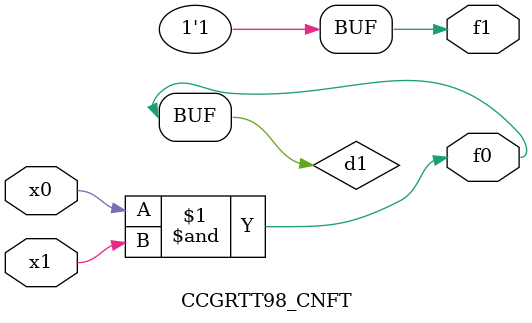
<source format=v>
module CCGRTT98_CNFT(
	input x0, x1,
	output f0, f1
);

	wire d1;

	assign f0 = d1;
	and (d1, x0, x1);
	assign f1 = 1'b1;
endmodule

</source>
